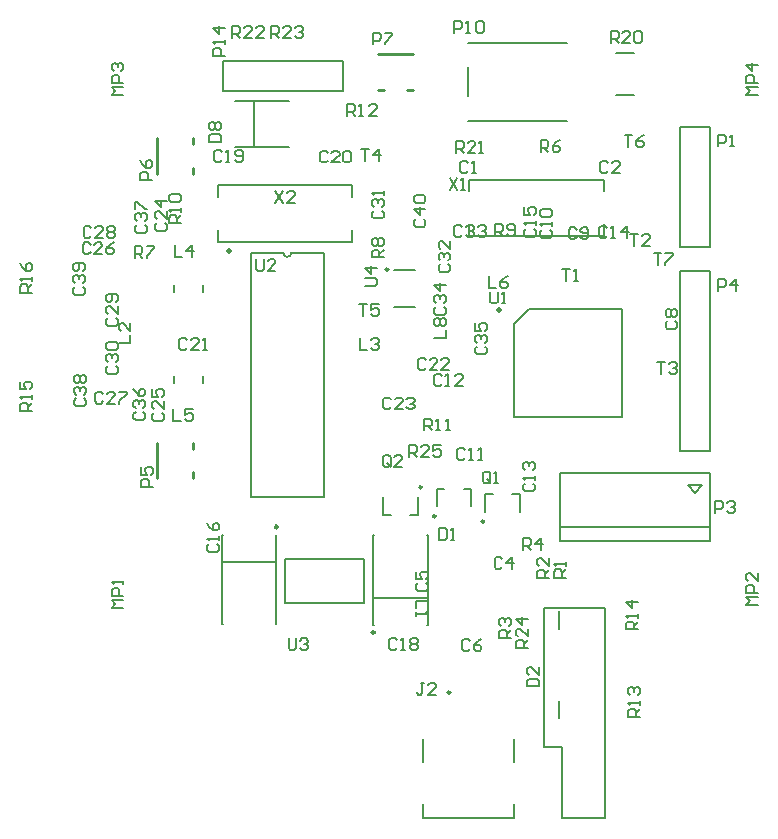
<source format=gbr>
%FSLAX23Y23*%
%MOIN*%
G70*
G01*
G75*
G04 Layer_Color=65535*
%ADD10C,0.089*%
%ADD11R,0.031X0.039*%
%ADD12R,0.012X0.059*%
%ADD13R,0.059X0.012*%
%ADD14R,0.043X0.039*%
%ADD15R,0.039X0.043*%
%ADD16R,0.087X0.043*%
%ADD17R,0.039X0.039*%
%ADD18R,0.043X0.087*%
%ADD19C,0.047*%
%ADD20R,0.079X0.098*%
%ADD21R,0.098X0.055*%
%ADD22R,0.118X0.055*%
%ADD23R,0.020X0.098*%
%ADD24R,0.039X0.024*%
%ADD25R,0.039X0.020*%
%ADD26R,0.051X0.059*%
%ADD27R,0.094X0.102*%
%ADD28R,0.079X0.020*%
%ADD29R,0.217X0.079*%
%ADD30R,0.059X0.051*%
%ADD31R,0.134X0.069*%
%ADD32R,0.041X0.069*%
%ADD33R,0.041X0.069*%
%ADD34R,0.047X0.024*%
%ADD35R,0.106X0.063*%
%ADD36R,0.079X0.114*%
%ADD37C,0.020*%
%ADD38C,0.012*%
%ADD39C,0.039*%
%ADD40C,0.008*%
%ADD41R,2.402X0.089*%
%ADD42R,0.089X2.411*%
%ADD43R,0.089X1.191*%
%ADD44C,0.098*%
%ADD45R,0.059X0.059*%
%ADD46C,0.059*%
%ADD47C,0.031*%
%ADD48C,0.039*%
%ADD49C,0.276*%
%ADD50C,0.035*%
%ADD51R,0.039X0.098*%
%ADD52C,0.010*%
%ADD53C,0.010*%
D37*
X889Y1857D02*
G03*
X889Y1857I0J0D01*
G01*
X1788Y1660D02*
G03*
X1788Y1660I0J0D01*
G01*
D40*
X1070Y1850D02*
G03*
X1095Y1850I13J0D01*
G01*
X1403Y977D02*
X1427D01*
X1493D02*
X1517D01*
Y1035D01*
X1403Y977D02*
Y1035D01*
X1270Y2391D02*
Y2491D01*
X870Y2391D02*
X1270D01*
X870Y2491D02*
X1270D01*
X870Y2391D02*
Y2491D01*
X2391Y1190D02*
Y1790D01*
X2491Y1190D02*
Y1790D01*
X2391D02*
X2491D01*
X2391Y1190D02*
X2491D01*
X1685Y2551D02*
X2016D01*
X1685Y2291D02*
X2016D01*
X1685Y2374D02*
Y2469D01*
X1837Y152D02*
Y230D01*
X1534Y152D02*
Y230D01*
Y-33D02*
Y14D01*
X1837Y-33D02*
Y14D01*
X1534Y-33D02*
X1837D01*
X1991Y890D02*
X2491D01*
X1991Y1118D02*
X2491D01*
Y890D02*
Y1118D01*
X1991Y890D02*
Y1118D01*
Y937D02*
X2491D01*
X2417Y1075D02*
X2441Y1051D01*
X2417Y1075D02*
X2465D01*
X2441Y1051D02*
X2465Y1075D01*
X2391Y1870D02*
X2491D01*
X2391D02*
Y2270D01*
X2491Y1870D02*
Y2270D01*
X2391D02*
X2491D01*
X2177Y2376D02*
X2240D01*
X2177Y2518D02*
X2240D01*
X1989Y301D02*
Y356D01*
X2142Y-33D02*
Y667D01*
X1937Y203D02*
Y667D01*
X1989Y596D02*
Y655D01*
X1937Y667D02*
X2142D01*
X2000Y-33D02*
X2142D01*
X2000D02*
Y203D01*
X1937D02*
X2000D01*
X1369Y910D02*
X1371D01*
X1549D02*
X1551D01*
Y610D02*
Y910D01*
X1369Y610D02*
Y910D01*
X1549Y610D02*
X1551D01*
X1369D02*
X1371D01*
X1369Y701D02*
X1551D01*
X961Y1036D02*
Y1850D01*
Y1036D02*
X1204D01*
Y1850D01*
X1095D02*
X1204D01*
X961D02*
X1070D01*
X1300Y1886D02*
Y1926D01*
Y2036D02*
Y2075D01*
X851Y1886D02*
Y1926D01*
Y2036D02*
Y2075D01*
Y1886D02*
X1300D01*
X851Y2075D02*
X1300D01*
X1857Y988D02*
Y1046D01*
X1743Y988D02*
Y1046D01*
X1767D01*
X1833D02*
X1857D01*
X2139Y1906D02*
Y1945D01*
Y2055D02*
Y2094D01*
X1690Y1906D02*
Y1945D01*
Y2055D02*
Y2094D01*
Y1906D02*
X2139D01*
X1690Y2094D02*
X2139D01*
X1076Y684D02*
Y830D01*
Y684D02*
X1340D01*
Y830D01*
X1076D02*
X1340D01*
X865Y821D02*
X1046D01*
X1044Y911D02*
X1046D01*
X865D02*
X867D01*
X1046Y612D02*
Y911D01*
X865Y612D02*
Y911D01*
Y612D02*
X867D01*
X1044D02*
X1046D01*
X1439Y1670D02*
X1510D01*
X1439Y1792D02*
X1510D01*
X802Y1720D02*
Y1744D01*
X704Y1720D02*
Y1744D01*
Y1417D02*
Y1441D01*
X802Y1417D02*
Y1441D01*
X1838Y1303D02*
Y1612D01*
Y1303D02*
X2198D01*
Y1662D01*
X1889D02*
X2198D01*
X1838Y1612D02*
X1889Y1662D01*
X1696Y1006D02*
Y1064D01*
X1582Y1006D02*
Y1064D01*
X1606D01*
X1672D02*
X1696D01*
X910Y2358D02*
X1090D01*
X910Y2202D02*
X1090D01*
X973D02*
Y2357D01*
X1427Y1143D02*
Y1170D01*
X1420Y1176D01*
X1407D01*
X1401Y1170D01*
Y1143D01*
X1407Y1137D01*
X1420D01*
X1414Y1150D02*
X1427Y1137D01*
X1420D02*
X1427Y1143D01*
X1466Y1137D02*
X1440D01*
X1466Y1163D01*
Y1170D01*
X1460Y1176D01*
X1447D01*
X1440Y1170D01*
X822Y2221D02*
X861D01*
Y2241D01*
X855Y2248D01*
X828D01*
X822Y2241D01*
Y2221D01*
X828Y2261D02*
X822Y2267D01*
Y2280D01*
X828Y2287D01*
X835D01*
X842Y2280D01*
X848Y2287D01*
X855D01*
X861Y2280D01*
Y2267D01*
X855Y2261D01*
X848D01*
X842Y2267D01*
X835Y2261D01*
X828D01*
X842Y2267D02*
Y2280D01*
X1368Y2545D02*
Y2584D01*
X1388D01*
X1394Y2578D01*
Y2565D01*
X1388Y2558D01*
X1368D01*
X1407Y2584D02*
X1433D01*
Y2578D01*
X1407Y2551D01*
Y2545D01*
X632Y2094D02*
X593D01*
Y2114D01*
X599Y2121D01*
X612D01*
X619Y2114D01*
Y2094D01*
X593Y2160D02*
X599Y2147D01*
X612Y2134D01*
X625D01*
X632Y2140D01*
Y2154D01*
X625Y2160D01*
X619D01*
X612Y2154D01*
Y2134D01*
X636Y1071D02*
X596D01*
Y1091D01*
X603Y1097D01*
X616D01*
X623Y1091D01*
Y1071D01*
X596Y1136D02*
Y1110D01*
X616D01*
X610Y1123D01*
Y1130D01*
X616Y1136D01*
X629D01*
X636Y1130D01*
Y1117D01*
X629Y1110D01*
X2304Y1850D02*
X2330D01*
X2317D01*
Y1811D01*
X2343Y1850D02*
X2370D01*
Y1844D01*
X2343Y1818D01*
Y1811D01*
X2207Y2243D02*
X2233D01*
X2220D01*
Y2204D01*
X2272Y2243D02*
X2259Y2237D01*
X2246Y2223D01*
Y2210D01*
X2253Y2204D01*
X2266D01*
X2272Y2210D01*
Y2217D01*
X2266Y2223D01*
X2246D01*
X1323Y1680D02*
X1349D01*
X1336D01*
Y1641D01*
X1388Y1680D02*
X1362D01*
Y1660D01*
X1375Y1667D01*
X1382D01*
X1388Y1660D01*
Y1647D01*
X1382Y1641D01*
X1369D01*
X1362Y1647D01*
X1329Y2196D02*
X1355D01*
X1342D01*
Y2156D01*
X1388D02*
Y2196D01*
X1368Y2176D01*
X1394D01*
X2315Y1486D02*
X2341D01*
X2328D01*
Y1447D01*
X2354Y1480D02*
X2361Y1486D01*
X2374D01*
X2381Y1480D01*
Y1473D01*
X2374Y1467D01*
X2367D01*
X2374D01*
X2381Y1460D01*
Y1453D01*
X2374Y1447D01*
X2361D01*
X2354Y1453D01*
X2226Y1912D02*
X2252D01*
X2239D01*
Y1873D01*
X2291D02*
X2265D01*
X2291Y1899D01*
Y1906D01*
X2285Y1912D01*
X2272D01*
X2265Y1906D01*
X2000Y1797D02*
X2026D01*
X2013D01*
Y1758D01*
X2039D02*
X2052D01*
X2046D01*
Y1797D01*
X2039Y1791D01*
X1489Y1171D02*
Y1211D01*
X1509D01*
X1515Y1204D01*
Y1191D01*
X1509Y1184D01*
X1489D01*
X1502D02*
X1515Y1171D01*
X1555D02*
X1529D01*
X1555Y1197D01*
Y1204D01*
X1548Y1211D01*
X1535D01*
X1529Y1204D01*
X1594Y1211D02*
X1568D01*
Y1191D01*
X1581Y1197D01*
X1588D01*
X1594Y1191D01*
Y1178D01*
X1588Y1171D01*
X1574D01*
X1568Y1178D01*
X1885Y532D02*
X1845D01*
Y552D01*
X1852Y559D01*
X1865D01*
X1872Y552D01*
Y532D01*
Y546D02*
X1885Y559D01*
Y598D02*
Y572D01*
X1859Y598D01*
X1852D01*
X1845Y592D01*
Y578D01*
X1852Y572D01*
X1885Y631D02*
X1845D01*
X1865Y611D01*
Y637D01*
X1030Y2566D02*
Y2605D01*
X1049D01*
X1056Y2599D01*
Y2586D01*
X1049Y2579D01*
X1030D01*
X1043D02*
X1056Y2566D01*
X1095D02*
X1069D01*
X1095Y2592D01*
Y2599D01*
X1089Y2605D01*
X1075D01*
X1069Y2599D01*
X1108D02*
X1115Y2605D01*
X1128D01*
X1134Y2599D01*
Y2592D01*
X1128Y2586D01*
X1121D01*
X1128D01*
X1134Y2579D01*
Y2573D01*
X1128Y2566D01*
X1115D01*
X1108Y2573D01*
X900Y2566D02*
Y2605D01*
X919D01*
X926Y2599D01*
Y2586D01*
X919Y2579D01*
X900D01*
X913D02*
X926Y2566D01*
X965D02*
X939D01*
X965Y2592D01*
Y2599D01*
X959Y2605D01*
X946D01*
X939Y2599D01*
X1005Y2566D02*
X978D01*
X1005Y2592D01*
Y2599D01*
X998Y2605D01*
X985D01*
X978Y2599D01*
X1645Y2184D02*
Y2223D01*
X1664D01*
X1671Y2217D01*
Y2203D01*
X1664Y2197D01*
X1645D01*
X1658D02*
X1671Y2184D01*
X1710D02*
X1684D01*
X1710Y2210D01*
Y2217D01*
X1704Y2223D01*
X1691D01*
X1684Y2217D01*
X1723Y2184D02*
X1736D01*
X1730D01*
Y2223D01*
X1723Y2217D01*
X2161Y2550D02*
Y2589D01*
X2181D01*
X2187Y2583D01*
Y2570D01*
X2181Y2563D01*
X2161D01*
X2174D02*
X2187Y2550D01*
X2226D02*
X2200D01*
X2226Y2576D01*
Y2583D01*
X2220Y2589D01*
X2207D01*
X2200Y2583D01*
X2240D02*
X2246Y2589D01*
X2259D01*
X2266Y2583D01*
Y2556D01*
X2259Y2550D01*
X2246D01*
X2240Y2556D01*
Y2583D01*
X875Y2508D02*
X836D01*
Y2528D01*
X842Y2534D01*
X855D01*
X862Y2528D01*
Y2508D01*
X875Y2547D02*
Y2560D01*
Y2554D01*
X836D01*
X842Y2547D01*
X875Y2600D02*
X836D01*
X855Y2580D01*
Y2606D01*
X1640Y2583D02*
Y2622D01*
X1660D01*
X1666Y2616D01*
Y2603D01*
X1660Y2596D01*
X1640D01*
X1679Y2583D02*
X1692D01*
X1686D01*
Y2622D01*
X1679Y2616D01*
X1712D02*
X1719Y2622D01*
X1732D01*
X1738Y2616D01*
Y2589D01*
X1732Y2583D01*
X1719D01*
X1712Y2589D01*
Y2616D01*
X1882Y405D02*
X1921D01*
Y424D01*
X1915Y431D01*
X1888D01*
X1882Y424D01*
Y405D01*
X1921Y470D02*
Y444D01*
X1895Y470D01*
X1888D01*
X1882Y464D01*
Y450D01*
X1888Y444D01*
X1540Y417D02*
X1527D01*
X1533D01*
Y385D01*
X1527Y378D01*
X1520D01*
X1514Y385D01*
X1579Y378D02*
X1553D01*
X1579Y404D01*
Y411D01*
X1573Y417D01*
X1560D01*
X1553Y411D01*
X638Y1318D02*
X631Y1311D01*
Y1298D01*
X638Y1291D01*
X664D01*
X671Y1298D01*
Y1311D01*
X664Y1318D01*
X671Y1357D02*
Y1331D01*
X644Y1357D01*
X638D01*
X631Y1350D01*
Y1337D01*
X638Y1331D01*
X631Y1396D02*
Y1370D01*
X651D01*
X644Y1383D01*
Y1390D01*
X651Y1396D01*
X664D01*
X671Y1390D01*
Y1377D01*
X664Y1370D01*
X1538Y1259D02*
Y1298D01*
X1558D01*
X1565Y1291D01*
Y1278D01*
X1558Y1272D01*
X1538D01*
X1552D02*
X1565Y1259D01*
X1578D02*
X1591D01*
X1584D01*
Y1298D01*
X1578Y1291D01*
X1611Y1259D02*
X1624D01*
X1617D01*
Y1298D01*
X1611Y1291D01*
X2652Y2377D02*
X2612D01*
X2625Y2390D01*
X2612Y2403D01*
X2652D01*
Y2416D02*
X2612D01*
Y2436D01*
X2619Y2443D01*
X2632D01*
X2638Y2436D01*
Y2416D01*
X2652Y2475D02*
X2612D01*
X2632Y2456D01*
Y2482D01*
X536Y2377D02*
X497D01*
X510Y2390D01*
X497Y2403D01*
X536D01*
Y2416D02*
X497D01*
Y2436D01*
X504Y2443D01*
X517D01*
X523Y2436D01*
Y2416D01*
X504Y2456D02*
X497Y2462D01*
Y2475D01*
X504Y2482D01*
X510D01*
X517Y2475D01*
Y2469D01*
Y2475D01*
X523Y2482D01*
X530D01*
X536Y2475D01*
Y2462D01*
X530Y2456D01*
X2652Y678D02*
X2612D01*
X2625Y691D01*
X2612Y704D01*
X2652D01*
Y718D02*
X2612D01*
Y737D01*
X2619Y744D01*
X2632D01*
X2638Y737D01*
Y718D01*
X2652Y783D02*
Y757D01*
X2625Y783D01*
X2619D01*
X2612Y777D01*
Y763D01*
X2619Y757D01*
X536Y666D02*
X497D01*
X510Y679D01*
X497Y693D01*
X536D01*
Y706D02*
X497D01*
Y725D01*
X504Y732D01*
X517D01*
X523Y725D01*
Y706D01*
X536Y745D02*
Y758D01*
Y752D01*
X497D01*
X504Y745D01*
X2510Y984D02*
Y1024D01*
X2530D01*
X2536Y1017D01*
Y1004D01*
X2530Y997D01*
X2510D01*
X2549Y1017D02*
X2556Y1024D01*
X2569D01*
X2575Y1017D01*
Y1010D01*
X2569Y1004D01*
X2562D01*
X2569D01*
X2575Y997D01*
Y991D01*
X2569Y984D01*
X2556D01*
X2549Y991D01*
X1754Y1773D02*
Y1733D01*
X1780D01*
X1820Y1773D02*
X1806Y1766D01*
X1793Y1753D01*
Y1740D01*
X1800Y1733D01*
X1813D01*
X1820Y1740D01*
Y1746D01*
X1813Y1753D01*
X1793D01*
X1715Y1538D02*
X1709Y1532D01*
Y1519D01*
X1715Y1512D01*
X1741D01*
X1748Y1519D01*
Y1532D01*
X1741Y1538D01*
X1715Y1551D02*
X1709Y1558D01*
Y1571D01*
X1715Y1578D01*
X1722D01*
X1728Y1571D01*
Y1564D01*
Y1571D01*
X1735Y1578D01*
X1741D01*
X1748Y1571D01*
Y1558D01*
X1741Y1551D01*
X1709Y1617D02*
Y1591D01*
X1728D01*
X1722Y1604D01*
Y1610D01*
X1728Y1617D01*
X1741D01*
X1748Y1610D01*
Y1597D01*
X1741Y1591D01*
X1578Y1670D02*
X1572Y1663D01*
Y1650D01*
X1578Y1644D01*
X1605D01*
X1611Y1650D01*
Y1663D01*
X1605Y1670D01*
X1578Y1683D02*
X1572Y1690D01*
Y1703D01*
X1578Y1709D01*
X1585D01*
X1592Y1703D01*
Y1696D01*
Y1703D01*
X1598Y1709D01*
X1605D01*
X1611Y1703D01*
Y1690D01*
X1605Y1683D01*
X1611Y1742D02*
X1572D01*
X1592Y1722D01*
Y1749D01*
X1758Y1721D02*
Y1688D01*
X1764Y1682D01*
X1778D01*
X1784Y1688D01*
Y1721D01*
X1797Y1682D02*
X1810D01*
X1804D01*
Y1721D01*
X1797Y1714D01*
X1042Y2056D02*
X1068Y2017D01*
Y2056D02*
X1042Y2017D01*
X1107D02*
X1081D01*
X1107Y2043D01*
Y2050D01*
X1101Y2056D01*
X1088D01*
X1081Y2050D01*
X1624Y2101D02*
X1650Y2061D01*
Y2101D02*
X1624Y2061D01*
X1663D02*
X1676D01*
X1670D01*
Y2101D01*
X1663Y2094D01*
X1087Y565D02*
Y532D01*
X1093Y526D01*
X1106D01*
X1113Y532D01*
Y565D01*
X1126Y558D02*
X1133Y565D01*
X1146D01*
X1152Y558D01*
Y552D01*
X1146Y545D01*
X1139D01*
X1146D01*
X1152Y539D01*
Y532D01*
X1146Y526D01*
X1133D01*
X1126Y532D01*
X978Y1831D02*
Y1798D01*
X984Y1791D01*
X997D01*
X1004Y1798D01*
Y1831D01*
X1043Y1791D02*
X1017D01*
X1043Y1818D01*
Y1824D01*
X1037Y1831D01*
X1024D01*
X1017Y1824D01*
X1776Y1906D02*
Y1946D01*
X1795D01*
X1802Y1939D01*
Y1926D01*
X1795Y1920D01*
X1776D01*
X1789D02*
X1802Y1906D01*
X1815Y1913D02*
X1822Y1906D01*
X1835D01*
X1841Y1913D01*
Y1939D01*
X1835Y1946D01*
X1822D01*
X1815Y1939D01*
Y1933D01*
X1822Y1926D01*
X1841D01*
X1404Y1835D02*
X1364D01*
Y1854D01*
X1371Y1861D01*
X1384D01*
X1390Y1854D01*
Y1835D01*
Y1848D02*
X1404Y1861D01*
X1371Y1874D02*
X1364Y1881D01*
Y1894D01*
X1371Y1900D01*
X1377D01*
X1384Y1894D01*
X1390Y1900D01*
X1397D01*
X1404Y1894D01*
Y1881D01*
X1397Y1874D01*
X1390D01*
X1384Y1881D01*
X1377Y1874D01*
X1371D01*
X1384Y1881D02*
Y1894D01*
X574Y1834D02*
Y1873D01*
X594D01*
X600Y1866D01*
Y1853D01*
X594Y1847D01*
X574D01*
X587D02*
X600Y1834D01*
X614Y1873D02*
X640D01*
Y1866D01*
X614Y1840D01*
Y1834D01*
X1927Y2187D02*
Y2226D01*
X1947D01*
X1953Y2220D01*
Y2207D01*
X1947Y2200D01*
X1927D01*
X1940D02*
X1953Y2187D01*
X1993Y2226D02*
X1980Y2220D01*
X1967Y2207D01*
Y2194D01*
X1973Y2187D01*
X1986D01*
X1993Y2194D01*
Y2200D01*
X1986Y2207D01*
X1967D01*
X1869Y860D02*
Y900D01*
X1889D01*
X1895Y893D01*
Y880D01*
X1889Y873D01*
X1869D01*
X1882D02*
X1895Y860D01*
X1928D02*
Y900D01*
X1908Y880D01*
X1935D01*
X1828Y566D02*
X1789D01*
Y586D01*
X1795Y593D01*
X1809D01*
X1815Y586D01*
Y566D01*
Y580D02*
X1828Y593D01*
X1795Y606D02*
X1789Y612D01*
Y625D01*
X1795Y632D01*
X1802D01*
X1809Y625D01*
Y619D01*
Y625D01*
X1815Y632D01*
X1822D01*
X1828Y625D01*
Y612D01*
X1822Y606D01*
X1955Y768D02*
X1915D01*
Y787D01*
X1922Y794D01*
X1935D01*
X1942Y787D01*
Y768D01*
Y781D02*
X1955Y794D01*
Y833D02*
Y807D01*
X1928Y833D01*
X1922D01*
X1915Y827D01*
Y814D01*
X1922Y807D01*
X2012Y768D02*
X1973D01*
Y788D01*
X1979Y795D01*
X1992D01*
X1999Y788D01*
Y768D01*
Y782D02*
X2012Y795D01*
Y808D02*
Y821D01*
Y814D01*
X1973D01*
X1979Y808D01*
X1760Y1089D02*
Y1115D01*
X1754Y1121D01*
X1740D01*
X1734Y1115D01*
Y1089D01*
X1740Y1082D01*
X1754D01*
X1747Y1095D02*
X1760Y1082D01*
X1754D02*
X1760Y1089D01*
X1773Y1082D02*
X1786D01*
X1780D01*
Y1121D01*
X1773Y1115D01*
X2520Y2205D02*
Y2244D01*
X2539D01*
X2546Y2238D01*
Y2224D01*
X2539Y2218D01*
X2520D01*
X2559Y2205D02*
X2572D01*
X2566D01*
Y2244D01*
X2559Y2238D01*
X703Y1329D02*
Y1289D01*
X729D01*
X769Y1329D02*
X743D01*
Y1309D01*
X756Y1316D01*
X762D01*
X769Y1309D01*
Y1296D01*
X762Y1289D01*
X749D01*
X743Y1296D01*
X707Y1875D02*
Y1836D01*
X733D01*
X766D02*
Y1875D01*
X746Y1855D01*
X773D01*
X1324Y1567D02*
Y1528D01*
X1350D01*
X1363Y1560D02*
X1370Y1567D01*
X1383D01*
X1389Y1560D01*
Y1554D01*
X1383Y1547D01*
X1376D01*
X1383D01*
X1389Y1541D01*
Y1534D01*
X1383Y1528D01*
X1370D01*
X1363Y1534D01*
X521Y1551D02*
X560D01*
Y1577D01*
Y1617D02*
Y1591D01*
X534Y1617D01*
X528D01*
X521Y1610D01*
Y1597D01*
X528Y1591D01*
X1552Y691D02*
X1512D01*
Y665D01*
Y652D02*
Y639D01*
Y645D01*
X1552D01*
X1545Y652D01*
X1588Y932D02*
Y893D01*
X1607D01*
X1614Y899D01*
Y926D01*
X1607Y932D01*
X1588D01*
X1627Y893D02*
X1640D01*
X1634D01*
Y932D01*
X1627Y926D01*
X1666Y1936D02*
X1659Y1942D01*
X1646D01*
X1640Y1936D01*
Y1910D01*
X1646Y1903D01*
X1659D01*
X1666Y1910D01*
X1679Y1936D02*
X1686Y1942D01*
X1699D01*
X1705Y1936D01*
Y1929D01*
X1699Y1923D01*
X1692D01*
X1699D01*
X1705Y1916D01*
Y1910D01*
X1699Y1903D01*
X1686D01*
X1679Y1910D01*
X1718Y1936D02*
X1725Y1942D01*
X1738D01*
X1745Y1936D01*
Y1929D01*
X1738Y1923D01*
X1732D01*
X1738D01*
X1745Y1916D01*
Y1910D01*
X1738Y1903D01*
X1725D01*
X1718Y1910D01*
X1593Y1812D02*
X1587Y1805D01*
Y1792D01*
X1593Y1785D01*
X1619D01*
X1626Y1792D01*
Y1805D01*
X1619Y1812D01*
X1593Y1825D02*
X1587Y1831D01*
Y1844D01*
X1593Y1851D01*
X1600D01*
X1606Y1844D01*
Y1838D01*
Y1844D01*
X1613Y1851D01*
X1619D01*
X1626Y1844D01*
Y1831D01*
X1619Y1825D01*
X1626Y1890D02*
Y1864D01*
X1600Y1890D01*
X1593D01*
X1587Y1884D01*
Y1871D01*
X1593Y1864D01*
X1373Y1991D02*
X1366Y1984D01*
Y1971D01*
X1373Y1965D01*
X1399D01*
X1406Y1971D01*
Y1984D01*
X1399Y1991D01*
X1373Y2004D02*
X1366Y2010D01*
Y2024D01*
X1373Y2030D01*
X1379D01*
X1386Y2024D01*
Y2017D01*
Y2024D01*
X1392Y2030D01*
X1399D01*
X1406Y2024D01*
Y2010D01*
X1399Y2004D01*
X1406Y2043D02*
Y2056D01*
Y2050D01*
X1366D01*
X1373Y2043D01*
X486Y1474D02*
X480Y1468D01*
Y1454D01*
X486Y1448D01*
X513D01*
X519Y1454D01*
Y1468D01*
X513Y1474D01*
X486Y1487D02*
X480Y1494D01*
Y1507D01*
X486Y1513D01*
X493D01*
X499Y1507D01*
Y1500D01*
Y1507D01*
X506Y1513D01*
X513D01*
X519Y1507D01*
Y1494D01*
X513Y1487D01*
X486Y1527D02*
X480Y1533D01*
Y1546D01*
X486Y1553D01*
X513D01*
X519Y1546D01*
Y1533D01*
X513Y1527D01*
X486D01*
X485Y1634D02*
X479Y1627D01*
Y1614D01*
X485Y1607D01*
X512D01*
X518Y1614D01*
Y1627D01*
X512Y1634D01*
X518Y1673D02*
Y1647D01*
X492Y1673D01*
X485D01*
X479Y1666D01*
Y1653D01*
X485Y1647D01*
X512Y1686D02*
X518Y1693D01*
Y1706D01*
X512Y1712D01*
X485D01*
X479Y1706D01*
Y1693D01*
X485Y1686D01*
X492D01*
X498Y1693D01*
Y1712D01*
X430Y1932D02*
X423Y1939D01*
X410D01*
X404Y1932D01*
Y1906D01*
X410Y1900D01*
X423D01*
X430Y1906D01*
X469Y1900D02*
X443D01*
X469Y1926D01*
Y1932D01*
X463Y1939D01*
X449D01*
X443Y1932D01*
X482D02*
X489Y1939D01*
X502D01*
X508Y1932D01*
Y1926D01*
X502Y1919D01*
X508Y1913D01*
Y1906D01*
X502Y1900D01*
X489D01*
X482Y1906D01*
Y1913D01*
X489Y1919D01*
X482Y1926D01*
Y1932D01*
X489Y1919D02*
X502D01*
X469Y1381D02*
X462Y1388D01*
X449D01*
X442Y1381D01*
Y1355D01*
X449Y1348D01*
X462D01*
X469Y1355D01*
X508Y1348D02*
X482D01*
X508Y1375D01*
Y1381D01*
X501Y1388D01*
X488D01*
X482Y1381D01*
X521Y1388D02*
X547D01*
Y1381D01*
X521Y1355D01*
Y1348D01*
X427Y1878D02*
X420Y1885D01*
X407D01*
X401Y1878D01*
Y1852D01*
X407Y1845D01*
X420D01*
X427Y1852D01*
X466Y1845D02*
X440D01*
X466Y1872D01*
Y1878D01*
X460Y1885D01*
X447D01*
X440Y1878D01*
X506Y1885D02*
X492Y1878D01*
X479Y1865D01*
Y1852D01*
X486Y1845D01*
X499D01*
X506Y1852D01*
Y1859D01*
X499Y1865D01*
X479D01*
X648Y1949D02*
X641Y1943D01*
Y1930D01*
X648Y1923D01*
X674D01*
X681Y1930D01*
Y1943D01*
X674Y1949D01*
X681Y1989D02*
Y1963D01*
X654Y1989D01*
X648D01*
X641Y1982D01*
Y1969D01*
X648Y1963D01*
X681Y2022D02*
X641D01*
X661Y2002D01*
Y2028D01*
X1428Y1362D02*
X1421Y1368D01*
X1408D01*
X1402Y1362D01*
Y1335D01*
X1408Y1329D01*
X1421D01*
X1428Y1335D01*
X1467Y1329D02*
X1441D01*
X1467Y1355D01*
Y1362D01*
X1461Y1368D01*
X1447D01*
X1441Y1362D01*
X1480D02*
X1487Y1368D01*
X1500D01*
X1507Y1362D01*
Y1355D01*
X1500Y1348D01*
X1493D01*
X1500D01*
X1507Y1342D01*
Y1335D01*
X1500Y1329D01*
X1487D01*
X1480Y1335D01*
X1544Y1493D02*
X1537Y1500D01*
X1524D01*
X1518Y1493D01*
Y1467D01*
X1524Y1461D01*
X1537D01*
X1544Y1467D01*
X1583Y1461D02*
X1557D01*
X1583Y1487D01*
Y1493D01*
X1577Y1500D01*
X1564D01*
X1557Y1493D01*
X1623Y1461D02*
X1596D01*
X1623Y1487D01*
Y1493D01*
X1616Y1500D01*
X1603D01*
X1596Y1493D01*
X748Y1559D02*
X742Y1566D01*
X728D01*
X722Y1559D01*
Y1533D01*
X728Y1527D01*
X742D01*
X748Y1533D01*
X787Y1527D02*
X761D01*
X787Y1553D01*
Y1559D01*
X781Y1566D01*
X768D01*
X761Y1559D01*
X801Y1527D02*
X814D01*
X807D01*
Y1566D01*
X801Y1559D01*
X1217Y2184D02*
X1211Y2191D01*
X1198D01*
X1191Y2184D01*
Y2158D01*
X1198Y2152D01*
X1211D01*
X1217Y2158D01*
X1257Y2152D02*
X1230D01*
X1257Y2178D01*
Y2184D01*
X1250Y2191D01*
X1237D01*
X1230Y2184D01*
X1270D02*
X1276Y2191D01*
X1289D01*
X1296Y2184D01*
Y2158D01*
X1289Y2152D01*
X1276D01*
X1270Y2158D01*
Y2184D01*
X864Y2186D02*
X857Y2193D01*
X844D01*
X838Y2186D01*
Y2160D01*
X844Y2154D01*
X857D01*
X864Y2160D01*
X877Y2154D02*
X890D01*
X884D01*
Y2193D01*
X877Y2186D01*
X910Y2160D02*
X916Y2154D01*
X929D01*
X936Y2160D01*
Y2186D01*
X929Y2193D01*
X916D01*
X910Y2186D01*
Y2180D01*
X916Y2173D01*
X936D01*
X1447Y560D02*
X1441Y567D01*
X1428D01*
X1421Y560D01*
Y534D01*
X1428Y528D01*
X1441D01*
X1447Y534D01*
X1461Y528D02*
X1474D01*
X1467D01*
Y567D01*
X1461Y560D01*
X1493D02*
X1500Y567D01*
X1513D01*
X1520Y560D01*
Y554D01*
X1513Y547D01*
X1520Y541D01*
Y534D01*
X1513Y528D01*
X1500D01*
X1493Y534D01*
Y541D01*
X1500Y547D01*
X1493Y554D01*
Y560D01*
X1500Y547D02*
X1513D01*
X823Y879D02*
X816Y872D01*
Y859D01*
X823Y852D01*
X849D01*
X855Y859D01*
Y872D01*
X849Y879D01*
X855Y892D02*
Y905D01*
Y898D01*
X816D01*
X823Y892D01*
X816Y951D02*
X823Y938D01*
X836Y925D01*
X849D01*
X855Y931D01*
Y944D01*
X849Y951D01*
X842D01*
X836Y944D01*
Y925D01*
X1880Y1929D02*
X1873Y1923D01*
Y1910D01*
X1880Y1903D01*
X1906D01*
X1913Y1910D01*
Y1923D01*
X1906Y1929D01*
X1913Y1943D02*
Y1956D01*
Y1949D01*
X1873D01*
X1880Y1943D01*
X1873Y2002D02*
Y1975D01*
X1893D01*
X1886Y1989D01*
Y1995D01*
X1893Y2002D01*
X1906D01*
X1913Y1995D01*
Y1982D01*
X1906Y1975D01*
X2149Y1933D02*
X2143Y1940D01*
X2130D01*
X2123Y1933D01*
Y1907D01*
X2130Y1901D01*
X2143D01*
X2149Y1907D01*
X2162Y1901D02*
X2176D01*
X2169D01*
Y1940D01*
X2162Y1933D01*
X2215Y1901D02*
Y1940D01*
X2195Y1920D01*
X2221D01*
X1876Y1081D02*
X1869Y1075D01*
Y1062D01*
X1876Y1055D01*
X1902D01*
X1908Y1062D01*
Y1075D01*
X1902Y1081D01*
X1908Y1094D02*
Y1108D01*
Y1101D01*
X1869D01*
X1876Y1094D01*
Y1127D02*
X1869Y1134D01*
Y1147D01*
X1876Y1154D01*
X1882D01*
X1889Y1147D01*
Y1140D01*
Y1147D01*
X1895Y1154D01*
X1902D01*
X1908Y1147D01*
Y1134D01*
X1902Y1127D01*
X1597Y1439D02*
X1591Y1446D01*
X1577D01*
X1571Y1439D01*
Y1413D01*
X1577Y1406D01*
X1591D01*
X1597Y1413D01*
X1610Y1406D02*
X1623D01*
X1617D01*
Y1446D01*
X1610Y1439D01*
X1669Y1406D02*
X1643D01*
X1669Y1433D01*
Y1439D01*
X1663Y1446D01*
X1650D01*
X1643Y1439D01*
X1674Y1194D02*
X1668Y1200D01*
X1655D01*
X1648Y1194D01*
Y1168D01*
X1655Y1161D01*
X1668D01*
X1674Y1168D01*
X1687Y1161D02*
X1701D01*
X1694D01*
Y1200D01*
X1687Y1194D01*
X1720Y1161D02*
X1733D01*
X1727D01*
Y1200D01*
X1720Y1194D01*
X1932Y1926D02*
X1926Y1919D01*
Y1906D01*
X1932Y1899D01*
X1958D01*
X1965Y1906D01*
Y1919D01*
X1958Y1926D01*
X1965Y1939D02*
Y1952D01*
Y1945D01*
X1926D01*
X1932Y1939D01*
Y1971D02*
X1926Y1978D01*
Y1991D01*
X1932Y1998D01*
X1958D01*
X1965Y1991D01*
Y1978D01*
X1958Y1971D01*
X1932D01*
X2047Y1928D02*
X2040Y1935D01*
X2027D01*
X2021Y1928D01*
Y1902D01*
X2027Y1896D01*
X2040D01*
X2047Y1902D01*
X2060D02*
X2067Y1896D01*
X2080D01*
X2086Y1902D01*
Y1928D01*
X2080Y1935D01*
X2067D01*
X2060Y1928D01*
Y1922D01*
X2067Y1915D01*
X2086D01*
X2350Y1623D02*
X2344Y1616D01*
Y1603D01*
X2350Y1596D01*
X2376D01*
X2383Y1603D01*
Y1616D01*
X2376Y1623D01*
X2350Y1636D02*
X2344Y1642D01*
Y1655D01*
X2350Y1662D01*
X2357D01*
X2363Y1655D01*
X2370Y1662D01*
X2376D01*
X2383Y1655D01*
Y1642D01*
X2376Y1636D01*
X2370D01*
X2363Y1642D01*
X2357Y1636D01*
X2350D01*
X2363Y1642D02*
Y1655D01*
X1691Y555D02*
X1685Y562D01*
X1671D01*
X1665Y555D01*
Y529D01*
X1671Y522D01*
X1685D01*
X1691Y529D01*
X1730Y562D02*
X1717Y555D01*
X1704Y542D01*
Y529D01*
X1711Y522D01*
X1724D01*
X1730Y529D01*
Y535D01*
X1724Y542D01*
X1704D01*
X1518Y749D02*
X1511Y742D01*
Y729D01*
X1518Y723D01*
X1544D01*
X1551Y729D01*
Y742D01*
X1544Y749D01*
X1511Y788D02*
Y762D01*
X1531D01*
X1525Y775D01*
Y782D01*
X1531Y788D01*
X1544D01*
X1551Y782D01*
Y769D01*
X1544Y762D01*
X1800Y829D02*
X1793Y836D01*
X1780D01*
X1774Y829D01*
Y803D01*
X1780Y796D01*
X1793D01*
X1800Y803D01*
X1833Y796D02*
Y836D01*
X1813Y816D01*
X1839D01*
X2152Y2149D02*
X2146Y2155D01*
X2133D01*
X2126Y2149D01*
Y2123D01*
X2133Y2116D01*
X2146D01*
X2152Y2123D01*
X2192Y2116D02*
X2165D01*
X2192Y2142D01*
Y2149D01*
X2185Y2155D01*
X2172D01*
X2165Y2149D01*
X1685Y2150D02*
X1678Y2156D01*
X1665D01*
X1658Y2150D01*
Y2124D01*
X1665Y2117D01*
X1678D01*
X1685Y2124D01*
X1698Y2117D02*
X1711D01*
X1704D01*
Y2156D01*
X1698Y2150D01*
X577Y1320D02*
X570Y1313D01*
Y1300D01*
X577Y1293D01*
X603D01*
X610Y1300D01*
Y1313D01*
X603Y1320D01*
X577Y1333D02*
X570Y1339D01*
Y1352D01*
X577Y1359D01*
X583D01*
X590Y1352D01*
Y1346D01*
Y1352D01*
X597Y1359D01*
X603D01*
X610Y1352D01*
Y1339D01*
X603Y1333D01*
X570Y1398D02*
X577Y1385D01*
X590Y1372D01*
X603D01*
X610Y1379D01*
Y1392D01*
X603Y1398D01*
X597D01*
X590Y1392D01*
Y1372D01*
X581Y1943D02*
X574Y1936D01*
Y1923D01*
X581Y1916D01*
X607D01*
X614Y1923D01*
Y1936D01*
X607Y1943D01*
X581Y1956D02*
X574Y1962D01*
Y1975D01*
X581Y1982D01*
X587D01*
X594Y1975D01*
Y1969D01*
Y1975D01*
X600Y1982D01*
X607D01*
X614Y1975D01*
Y1962D01*
X607Y1956D01*
X574Y1995D02*
Y2021D01*
X581D01*
X607Y1995D01*
X614D01*
X378Y1365D02*
X371Y1358D01*
Y1345D01*
X378Y1339D01*
X404D01*
X411Y1345D01*
Y1358D01*
X404Y1365D01*
X378Y1378D02*
X371Y1385D01*
Y1398D01*
X378Y1404D01*
X385D01*
X391Y1398D01*
Y1391D01*
Y1398D01*
X398Y1404D01*
X404D01*
X411Y1398D01*
Y1385D01*
X404Y1378D01*
X378Y1417D02*
X371Y1424D01*
Y1437D01*
X378Y1444D01*
X385D01*
X391Y1437D01*
X398Y1444D01*
X404D01*
X411Y1437D01*
Y1424D01*
X404Y1417D01*
X398D01*
X391Y1424D01*
X385Y1417D01*
X378D01*
X391Y1424D02*
Y1437D01*
X375Y1737D02*
X368Y1730D01*
Y1717D01*
X375Y1711D01*
X401D01*
X407Y1717D01*
Y1730D01*
X401Y1737D01*
X375Y1750D02*
X368Y1757D01*
Y1770D01*
X375Y1776D01*
X381D01*
X388Y1770D01*
Y1763D01*
Y1770D01*
X394Y1776D01*
X401D01*
X407Y1770D01*
Y1757D01*
X401Y1750D01*
Y1789D02*
X407Y1796D01*
Y1809D01*
X401Y1816D01*
X375D01*
X368Y1809D01*
Y1796D01*
X375Y1789D01*
X381D01*
X388Y1796D01*
Y1816D01*
X1511Y1963D02*
X1504Y1957D01*
Y1944D01*
X1511Y1937D01*
X1537D01*
X1543Y1944D01*
Y1957D01*
X1537Y1963D01*
X1543Y1996D02*
X1504D01*
X1524Y1976D01*
Y2003D01*
X1511Y2016D02*
X1504Y2022D01*
Y2035D01*
X1511Y2042D01*
X1537D01*
X1543Y2035D01*
Y2022D01*
X1537Y2016D01*
X1511D01*
X1572Y1566D02*
X1611D01*
Y1592D01*
X1578Y1605D02*
X1572Y1612D01*
Y1625D01*
X1578Y1632D01*
X1585D01*
X1592Y1625D01*
X1598Y1632D01*
X1605D01*
X1611Y1625D01*
Y1612D01*
X1605Y1605D01*
X1598D01*
X1592Y1612D01*
X1585Y1605D01*
X1578D01*
X1592Y1612D02*
Y1625D01*
X2520Y1722D02*
Y1762D01*
X2539D01*
X2546Y1755D01*
Y1742D01*
X2539Y1736D01*
X2520D01*
X2579Y1722D02*
Y1762D01*
X2559Y1742D01*
X2585D01*
X728Y1949D02*
X688D01*
Y1968D01*
X695Y1975D01*
X708D01*
X715Y1968D01*
Y1949D01*
Y1962D02*
X728Y1975D01*
Y1988D02*
Y2001D01*
Y1994D01*
X688D01*
X695Y1988D01*
Y2021D02*
X688Y2027D01*
Y2040D01*
X695Y2047D01*
X721D01*
X728Y2040D01*
Y2027D01*
X721Y2021D01*
X695D01*
X1283Y2307D02*
Y2346D01*
X1303D01*
X1310Y2340D01*
Y2327D01*
X1303Y2320D01*
X1283D01*
X1297D02*
X1310Y2307D01*
X1323D02*
X1336D01*
X1329D01*
Y2346D01*
X1323Y2340D01*
X1382Y2307D02*
X1356D01*
X1382Y2333D01*
Y2340D01*
X1375Y2346D01*
X1362D01*
X1356Y2340D01*
X2258Y303D02*
X2219D01*
Y323D01*
X2225Y329D01*
X2238D01*
X2245Y323D01*
Y303D01*
Y316D02*
X2258Y329D01*
Y343D02*
Y356D01*
Y349D01*
X2219D01*
X2225Y343D01*
Y375D02*
X2219Y382D01*
Y395D01*
X2225Y402D01*
X2232D01*
X2238Y395D01*
Y388D01*
Y395D01*
X2245Y402D01*
X2251D01*
X2258Y395D01*
Y382D01*
X2251Y375D01*
X2253Y595D02*
X2213D01*
Y615D01*
X2220Y621D01*
X2233D01*
X2240Y615D01*
Y595D01*
Y608D02*
X2253Y621D01*
Y634D02*
Y647D01*
Y641D01*
X2213D01*
X2220Y634D01*
X2253Y687D02*
X2213D01*
X2233Y667D01*
Y693D01*
X231Y1323D02*
X191D01*
Y1343D01*
X198Y1349D01*
X211D01*
X218Y1343D01*
Y1323D01*
Y1336D02*
X231Y1349D01*
Y1362D02*
Y1375D01*
Y1369D01*
X191D01*
X198Y1362D01*
X191Y1421D02*
Y1395D01*
X211D01*
X204Y1408D01*
Y1415D01*
X211Y1421D01*
X224D01*
X231Y1415D01*
Y1402D01*
X224Y1395D01*
X233Y1718D02*
X193D01*
Y1738D01*
X200Y1745D01*
X213D01*
X220Y1738D01*
Y1718D01*
Y1732D02*
X233Y1745D01*
Y1758D02*
Y1771D01*
Y1764D01*
X193D01*
X200Y1758D01*
X193Y1817D02*
X200Y1804D01*
X213Y1791D01*
X226D01*
X233Y1797D01*
Y1810D01*
X226Y1817D01*
X220D01*
X213Y1810D01*
Y1791D01*
X1342Y1740D02*
X1374D01*
X1381Y1747D01*
Y1760D01*
X1374Y1766D01*
X1342D01*
X1381Y1799D02*
X1342D01*
X1361Y1780D01*
Y1806D01*
D52*
X1531Y1069D02*
G03*
X1531Y1069I-4J0D01*
G01*
X1627Y385D02*
G03*
X1627Y385I-5J0D01*
G01*
X1374Y585D02*
G03*
X1374Y585I-5J0D01*
G01*
X1738Y955D02*
G03*
X1738Y955I-4J0D01*
G01*
X1051Y937D02*
G03*
X1051Y937I-5J0D01*
G01*
X1420Y1795D02*
G03*
X1420Y1795I-5J0D01*
G01*
X1577Y972D02*
G03*
X1577Y972I-4J0D01*
G01*
D53*
X650Y1100D02*
Y1218D01*
X768Y1100D02*
Y1119D01*
Y1198D02*
Y1218D01*
Y2212D02*
Y2232D01*
Y2114D02*
Y2134D01*
X650Y2114D02*
Y2232D01*
X1384Y2512D02*
X1502D01*
X1384Y2394D02*
X1404D01*
X1483D02*
X1502D01*
M02*

</source>
